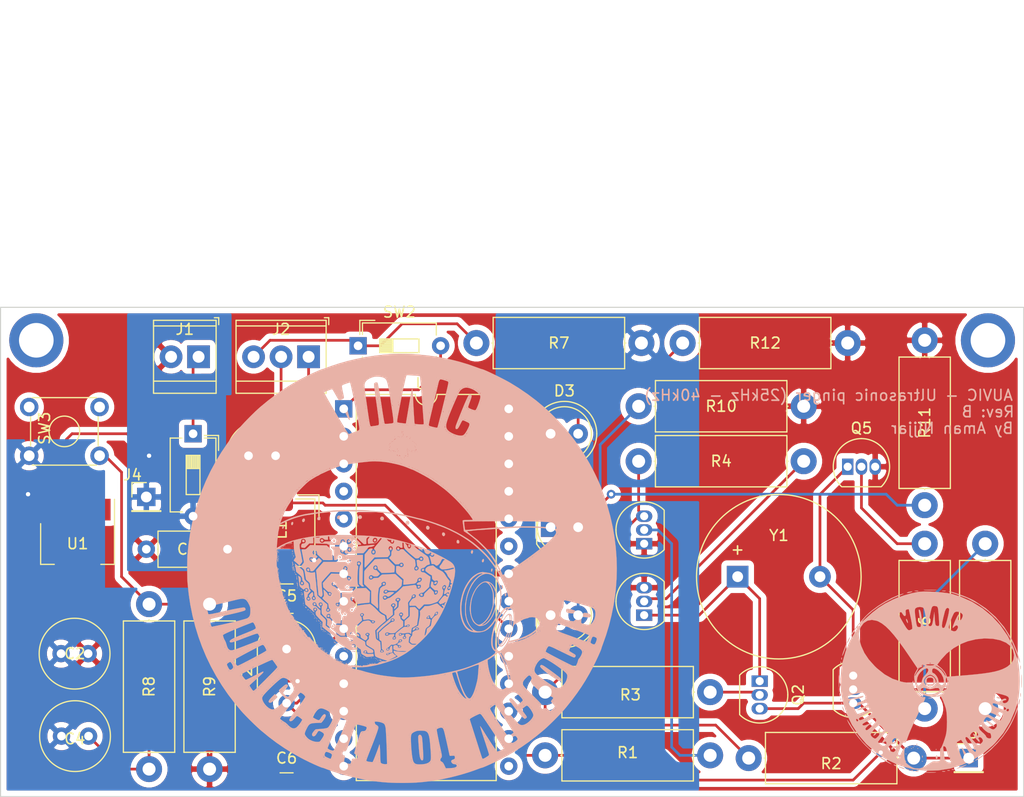
<source format=kicad_pcb>
(kicad_pcb (version 20171130) (host pcbnew "(5.1.5)-3")
  (layers (0 F.Cu signal) (31 B.Cu signal) (34 B.Paste user hide) (35 F.Paste user hide) (36 B.SilkS user) (37 F.SilkS user) (38 B.Mask user hide) (39 F.Mask user hide) (44 Edge.Cuts user))
  (net 0 "")
  (net 1 GND)
  (net 2 "Net-(Q1-Pad3)")
  (net 3 "Net-(Q1-Pad2)")
  (net 4 +9V)
  (net 5 "Net-(Q2-Pad2)")
  (net 6 "Net-(Q3-Pad2)")
  (net 7 "Net-(Q4-Pad2)")
  (net 8 "Net-(Q5-Pad2)")
  (net 9 +5V)
  (net 10 "Net-(C3-Pad1)")
  (net 11 /Switch)
  (net 12 /OSC1)
  (net 13 /OSC2)
  (net 14 "Net-(J1-Pad1)")
  (net 15 /Reset)
  (net 16 /TX)
  (net 17 /RX)
  (net 18 "Net-(Q2-Pad1)")
  (net 19 "Net-(Q4-Pad1)")
  (net 20 /Transmitter)
  (net 21 "Net-(R8-Pad2)")
  (net 22 "Net-(D1-Pad2)")
  (net 23 "Net-(D1-Pad1)")
  (net 24 "Net-(D2-Pad2)")
  (net 25 "Net-(D2-Pad1)")
  (net 26 "Net-(D3-Pad2)")
  (net 27 "Net-(D3-Pad1)")
  (net 28 "Net-(J3-Pad1)")
  (net 29 "Net-(SW2-Pad2)")
  (module Crystal:Resonator-2Pin_W10.0mm_H5.0mm (layer F.Cu) (at 117.348 116.332 90)
    (fp_text reference Y2 (at 2.5 -3.7 90) (layer F.SilkS))
    (fp_text value 16Mhz)
    (pad 2 thru_hole circle (at 5 0 90) (size 1.5 1.5) (drill 0.8) (layers *.Cu *.Mask) (net 12 /OSC1))
    (pad 1 thru_hole circle (at 0 0 90) (size 1.5 1.5) (drill 0.8) (layers *.Cu *.Mask) (net 13 /OSC2))
  )
  (module Package_DIP:DIP-28_W15.24mm (layer F.Cu) (at 122.624 89.138)
    (fp_text reference U2 (at 7.62 -2.33) (layer F.SilkS))
    (fp_text value 328P)
    (pad 28 thru_hole oval (at 15.24 0) (size 1.6 1.6) (drill 0.8) (layers *.Cu *.Mask))
    (pad 14 thru_hole oval (at 0 33.02) (size 1.6 1.6) (drill 0.8) (layers *.Cu *.Mask))
    (pad 27 thru_hole oval (at 15.24 2.54) (size 1.6 1.6) (drill 0.8) (layers *.Cu *.Mask) (net 27 "Net-(D3-Pad1)"))
    (pad 13 thru_hole oval (at 0 30.48) (size 1.6 1.6) (drill 0.8) (layers *.Cu *.Mask))
    (pad 26 thru_hole oval (at 15.24 5.08) (size 1.6 1.6) (drill 0.8) (layers *.Cu *.Mask) (net 25 "Net-(D2-Pad1)"))
    (pad 12 thru_hole oval (at 0 27.94) (size 1.6 1.6) (drill 0.8) (layers *.Cu *.Mask))
    (pad 25 thru_hole oval (at 15.24 7.62) (size 1.6 1.6) (drill 0.8) (layers *.Cu *.Mask) (net 23 "Net-(D1-Pad1)"))
    (pad 11 thru_hole oval (at 0 25.4) (size 1.6 1.6) (drill 0.8) (layers *.Cu *.Mask) (net 11 /Switch))
    (pad 24 thru_hole oval (at 15.24 10.16) (size 1.6 1.6) (drill 0.8) (layers *.Cu *.Mask))
    (pad 10 thru_hole oval (at 0 22.86) (size 1.6 1.6) (drill 0.8) (layers *.Cu *.Mask) (net 13 /OSC2))
    (pad 23 thru_hole oval (at 15.24 12.7) (size 1.6 1.6) (drill 0.8) (layers *.Cu *.Mask))
    (pad 9 thru_hole oval (at 0 20.32) (size 1.6 1.6) (drill 0.8) (layers *.Cu *.Mask) (net 12 /OSC1))
    (pad 22 thru_hole oval (at 15.24 15.24) (size 1.6 1.6) (drill 0.8) (layers *.Cu *.Mask) (net 1 GND))
    (pad 8 thru_hole oval (at 0 17.78) (size 1.6 1.6) (drill 0.8) (layers *.Cu *.Mask) (net 1 GND))
    (pad 21 thru_hole oval (at 15.24 17.78) (size 1.6 1.6) (drill 0.8) (layers *.Cu *.Mask))
    (pad 7 thru_hole oval (at 0 15.24) (size 1.6 1.6) (drill 0.8) (layers *.Cu *.Mask) (net 9 +5V))
    (pad 20 thru_hole oval (at 15.24 20.32) (size 1.6 1.6) (drill 0.8) (layers *.Cu *.Mask) (net 10 "Net-(C3-Pad1)"))
    (pad 6 thru_hole oval (at 0 12.7) (size 1.6 1.6) (drill 0.8) (layers *.Cu *.Mask))
    (pad 19 thru_hole oval (at 15.24 22.86) (size 1.6 1.6) (drill 0.8) (layers *.Cu *.Mask))
    (pad 5 thru_hole oval (at 0 10.16) (size 1.6 1.6) (drill 0.8) (layers *.Cu *.Mask))
    (pad 18 thru_hole oval (at 15.24 25.4) (size 1.6 1.6) (drill 0.8) (layers *.Cu *.Mask))
    (pad 4 thru_hole oval (at 0 7.62) (size 1.6 1.6) (drill 0.8) (layers *.Cu *.Mask))
    (pad 17 thru_hole oval (at 15.24 27.94) (size 1.6 1.6) (drill 0.8) (layers *.Cu *.Mask))
    (pad 3 thru_hole oval (at 0 5.08) (size 1.6 1.6) (drill 0.8) (layers *.Cu *.Mask) (net 16 /TX))
    (pad 16 thru_hole oval (at 15.24 30.48) (size 1.6 1.6) (drill 0.8) (layers *.Cu *.Mask) (net 20 /Transmitter))
    (pad 2 thru_hole oval (at 0 2.54) (size 1.6 1.6) (drill 0.8) (layers *.Cu *.Mask) (net 17 /RX))
    (pad 15 thru_hole oval (at 15.24 33.02) (size 1.6 1.6) (drill 0.8) (layers *.Cu *.Mask))
    (pad 1 thru_hole rect (at 0 0) (size 1.6 1.6) (drill 0.8) (layers *.Cu *.Mask) (net 29 "Net-(SW2-Pad2)"))
  )
  (module Button_Switch_THT:SW_DIP_SPSTx01_Slide_6.7x4.1mm_W7.62mm_P2.54mm_LowProfile (layer F.Cu) (at 123.952 83.312)
    (fp_text reference SW2 (at 3.81 -3.11) (layer F.SilkS))
    (fp_text value RST_S)
    (pad 2 thru_hole oval (at 7.62 0) (size 1.6 1.6) (drill 0.8) (layers *.Cu *.Mask) (net 29 "Net-(SW2-Pad2)"))
    (pad 1 thru_hole rect (at 0 0) (size 1.6 1.6) (drill 0.8) (layers *.Cu *.Mask) (net 15 /Reset))
  )
  (module Button_Switch_THT:SW_DIP_SPSTx01_Slide_6.7x4.1mm_W7.62mm_P2.54mm_LowProfile (layer F.Cu) (at 108.712 91.44 270)
    (fp_text reference SW1 (at 3.81 -3.11 90) (layer F.SilkS))
    (fp_text value PWR_S)
    (pad 2 thru_hole oval (at 7.62 0 270) (size 1.6 1.6) (drill 0.8) (layers *.Cu *.Mask) (net 4 +9V))
    (pad 1 thru_hole rect (at 0 0 270) (size 1.6 1.6) (drill 0.8) (layers *.Cu *.Mask) (net 14 "Net-(J1-Pad1)"))
  )
  (module Connector_PinHeader_2.54mm:PinHeader_1x01_P2.54mm_Vertical (layer F.Cu) (at 104.394 97.282)
    (fp_text reference J4 (at -1.27 -2.032) (layer F.SilkS))
    (fp_text value 9V)
    (pad 1 thru_hole rect (at 0 0) (size 1.7 1.7) (drill 1) (layers *.Cu *.Mask) (net 4 +9V))
  )
  (module Connector_PinHeader_2.54mm:PinHeader_1x01_P2.54mm_Vertical (layer F.Cu) (at 180.34 121.412)
    (fp_text reference J3 (at 0 -2.33) (layer F.SilkS))
    (fp_text value Drive_pin)
    (pad 1 thru_hole rect (at 0 0) (size 1.7 1.7) (drill 1) (layers *.Cu *.Mask) (net 28 "Net-(J3-Pad1)"))
  )
  (module LED_THT:LED_D5.0mm (layer F.Cu) (at 141.732 91.44)
    (fp_text reference D3 (at 1.27 -3.96) (layer F.SilkS))
    (fp_text value LED2)
    (pad 2 thru_hole circle (at 2.54 0) (size 1.8 1.8) (drill 0.9) (layers *.Cu *.Mask) (net 26 "Net-(D3-Pad2)"))
    (pad 1 thru_hole rect (at 0 0) (size 1.8 1.8) (drill 0.9) (layers *.Cu *.Mask) (net 27 "Net-(D3-Pad1)"))
  )
  (module LED_THT:LED_D5.0mm (layer F.Cu) (at 141.732 100.076)
    (fp_text reference D2 (at 1.27 -3.96) (layer F.SilkS))
    (fp_text value LED1)
    (pad 2 thru_hole circle (at 2.54 0) (size 1.8 1.8) (drill 0.9) (layers *.Cu *.Mask) (net 24 "Net-(D2-Pad2)"))
    (pad 1 thru_hole rect (at 0 0) (size 1.8 1.8) (drill 0.9) (layers *.Cu *.Mask) (net 25 "Net-(D2-Pad1)"))
  )
  (module LED_THT:LED_D5.0mm (layer F.Cu) (at 141.732 108.204)
    (fp_text reference D1 (at 1.27 -3.96) (layer F.SilkS))
    (fp_text value Status_LED)
    (pad 2 thru_hole circle (at 2.54 0) (size 1.8 1.8) (drill 0.9) (layers *.Cu *.Mask) (net 22 "Net-(D1-Pad2)"))
    (pad 1 thru_hole rect (at 0 0) (size 1.8 1.8) (drill 0.9) (layers *.Cu *.Mask) (net 23 "Net-(D1-Pad1)"))
  )
  (module Buzzer_Beeper:Buzzer_15x7.5RM7.6 (layer F.Cu) (at 159.004 104.648)
    (fp_text reference Y1 (at 3.81 -3.81) (layer F.SilkS))
    (fp_text value Crystal)
    (fp_text user + (at -0.01 -2.54) (layer F.SilkS))
    (pad 2 thru_hole circle (at 7.6 0) (size 2 2) (drill 1) (layers *.Cu *.Mask) (net 19 "Net-(Q4-Pad1)"))
    (pad 1 thru_hole rect (at 0 0) (size 2 2) (drill 1) (layers *.Cu *.Mask) (net 18 "Net-(Q2-Pad1)"))
  )
  (module Package_TO_SOT_SMD:SOT-223 (layer F.Cu) (at 98.044 101.6 270)
    (fp_text reference U1 (at 0 0 180) (layer F.SilkS))
    (fp_text value LM7805_TO220 hide)
    (pad 1 smd rect (at -3.15 -2.3 270) (size 2 1.5) (layers F.Cu F.Paste F.Mask) (net 4 +9V))
    (pad 3 smd rect (at -3.15 2.3 270) (size 2 1.5) (layers F.Cu F.Paste F.Mask) (net 9 +5V))
    (pad 2 smd rect (at -3.15 0 270) (size 2 1.5) (layers F.Cu F.Paste F.Mask) (net 1 GND))
    (pad 4 smd rect (at 3.15 0 270) (size 2 3.8) (layers F.Cu F.Paste F.Mask))
  )
  (module Button_Switch_THT:SW_TH_Tactile_Omron_B3F-10xx (layer F.Cu) (at 100.076 93.472 180)
    (fp_text reference SW3 (at 5.08 2.54 270) (layer F.SilkS))
    (fp_text value Freq_s)
    (pad 1 thru_hole circle (at 0 0 180) (size 1.7 1.7) (drill 1) (layers *.Cu *.Mask) (net 21 "Net-(R8-Pad2)"))
    (pad 2 thru_hole circle (at 6.5 0 180) (size 1.7 1.7) (drill 1) (layers *.Cu *.Mask) (net 9 +5V))
    (pad 3 thru_hole circle (at 0 4.5 180) (size 1.7 1.7) (drill 1) (layers *.Cu *.Mask))
    (pad 4 thru_hole circle (at 6.5 4.5 180) (size 1.7 1.7) (drill 1) (layers *.Cu *.Mask))
  )
  (module Resistor_THT:R_Axial_DIN0414_L11.9mm_D4.5mm_P15.24mm_Horizontal (layer F.Cu) (at 153.924 83.058)
    (fp_text reference R12 (at 7.62 0) (layer F.SilkS))
    (fp_text value 330)
    (pad 2 thru_hole oval (at 15.24 0) (size 2.4 2.4) (drill 1.2) (layers *.Cu *.Mask) (net 1 GND))
    (pad 1 thru_hole circle (at 0 0) (size 2.4 2.4) (drill 1.2) (layers *.Cu *.Mask) (net 26 "Net-(D3-Pad2)"))
  )
  (module Resistor_THT:R_Axial_DIN0414_L11.9mm_D4.5mm_P15.24mm_Horizontal (layer F.Cu) (at 176.276 98.044 90)
    (fp_text reference R11 (at 7.62 0 90) (layer F.SilkS))
    (fp_text value 330)
    (pad 2 thru_hole oval (at 15.24 0 90) (size 2.4 2.4) (drill 1.2) (layers *.Cu *.Mask) (net 1 GND))
    (pad 1 thru_hole circle (at 0 0 90) (size 2.4 2.4) (drill 1.2) (layers *.Cu *.Mask) (net 24 "Net-(D2-Pad2)"))
  )
  (module Resistor_THT:R_Axial_DIN0414_L11.9mm_D4.5mm_P15.24mm_Horizontal (layer F.Cu) (at 149.86 88.9)
    (fp_text reference R10 (at 7.62 0) (layer F.SilkS))
    (fp_text value 330)
    (pad 2 thru_hole oval (at 15.24 0) (size 2.4 2.4) (drill 1.2) (layers *.Cu *.Mask) (net 1 GND))
    (pad 1 thru_hole circle (at 0 0) (size 2.4 2.4) (drill 1.2) (layers *.Cu *.Mask) (net 22 "Net-(D1-Pad2)"))
  )
  (module Resistor_THT:R_Axial_DIN0414_L11.9mm_D4.5mm_P15.24mm_Horizontal (layer F.Cu) (at 110.236 107.188 270)
    (fp_text reference R9 (at 7.62 0 270) (layer F.SilkS))
    (fp_text value 100k)
    (pad 2 thru_hole oval (at 15.24 0 270) (size 2.4 2.4) (drill 1.2) (layers *.Cu *.Mask) (net 1 GND))
    (pad 1 thru_hole circle (at 0 0 270) (size 2.4 2.4) (drill 1.2) (layers *.Cu *.Mask) (net 21 "Net-(R8-Pad2)"))
  )
  (module Resistor_THT:R_Axial_DIN0414_L11.9mm_D4.5mm_P15.24mm_Horizontal (layer F.Cu) (at 104.648 122.428 90)
    (fp_text reference R8 (at 7.62 0 90) (layer F.SilkS))
    (fp_text value 10k)
    (pad 2 thru_hole oval (at 15.24 0 90) (size 2.4 2.4) (drill 1.2) (layers *.Cu *.Mask) (net 21 "Net-(R8-Pad2)"))
    (pad 1 thru_hole circle (at 0 0 90) (size 2.4 2.4) (drill 1.2) (layers *.Cu *.Mask) (net 11 /Switch))
  )
  (module Resistor_THT:R_Axial_DIN0414_L11.9mm_D4.5mm_P15.24mm_Horizontal (layer F.Cu) (at 150.114 83.058 180)
    (fp_text reference R7 (at 7.62 0 180) (layer F.SilkS))
    (fp_text value 10k)
    (pad 2 thru_hole oval (at 15.24 0 180) (size 2.4 2.4) (drill 1.2) (layers *.Cu *.Mask) (net 15 /Reset))
    (pad 1 thru_hole circle (at 0 0 180) (size 2.4 2.4) (drill 1.2) (layers *.Cu *.Mask) (net 9 +5V))
  )
  (module Resistor_THT:R_Axial_DIN0414_L11.9mm_D4.5mm_P15.24mm_Horizontal (layer F.Cu) (at 176.276 116.84 90)
    (fp_text reference R6 (at 7.62 0 90) (layer F.SilkS))
    (fp_text value 1.5k)
    (pad 2 thru_hole oval (at 15.24 0 90) (size 2.4 2.4) (drill 1.2) (layers *.Cu *.Mask) (net 8 "Net-(Q5-Pad2)"))
    (pad 1 thru_hole circle (at 0 0 90) (size 2.4 2.4) (drill 1.2) (layers *.Cu *.Mask) (net 20 /Transmitter))
  )
  (module Resistor_THT:R_Axial_DIN0414_L11.9mm_D4.5mm_P15.24mm_Horizontal (layer F.Cu) (at 181.864 116.84 90)
    (fp_text reference R5 (at 7.366 0.254 90) (layer F.SilkS))
    (fp_text value 1.5k)
    (pad 2 thru_hole oval (at 15.24 0 90) (size 2.4 2.4) (drill 1.2) (layers *.Cu *.Mask) (net 20 /Transmitter))
    (pad 1 thru_hole circle (at 0 0 90) (size 2.4 2.4) (drill 1.2) (layers *.Cu *.Mask) (net 7 "Net-(Q4-Pad2)"))
  )
  (module Resistor_THT:R_Axial_DIN0414_L11.9mm_D4.5mm_P15.24mm_Horizontal (layer F.Cu) (at 149.86 93.98)
    (fp_text reference R4 (at 7.62 0) (layer F.SilkS))
    (fp_text value 1.5k)
    (pad 2 thru_hole oval (at 15.24 0) (size 2.4 2.4) (drill 1.2) (layers *.Cu *.Mask) (net 6 "Net-(Q3-Pad2)"))
    (pad 1 thru_hole circle (at 0 0) (size 2.4 2.4) (drill 1.2) (layers *.Cu *.Mask) (net 2 "Net-(Q1-Pad3)"))
  )
  (module Resistor_THT:R_Axial_DIN0414_L11.9mm_D4.5mm_P15.24mm_Horizontal (layer F.Cu) (at 156.464 115.316 180)
    (fp_text reference R3 (at 7.366 -0.254 180) (layer F.SilkS))
    (fp_text value 1.5k)
    (pad 2 thru_hole oval (at 15.24 0 180) (size 2.4 2.4) (drill 1.2) (layers *.Cu *.Mask) (net 2 "Net-(Q1-Pad3)"))
    (pad 1 thru_hole circle (at 0 0 180) (size 2.4 2.4) (drill 1.2) (layers *.Cu *.Mask) (net 5 "Net-(Q2-Pad2)"))
  )
  (module Resistor_THT:R_Axial_DIN0414_L11.9mm_D4.5mm_P15.24mm_Horizontal (layer F.Cu) (at 175.26 121.412 180)
    (fp_text reference R2 (at 7.62 -0.508 180) (layer F.SilkS))
    (fp_text value 500)
    (pad 2 thru_hole oval (at 15.24 0 180) (size 2.4 2.4) (drill 1.2) (layers *.Cu *.Mask) (net 2 "Net-(Q1-Pad3)"))
    (pad 1 thru_hole circle (at 0 0 180) (size 2.4 2.4) (drill 1.2) (layers *.Cu *.Mask) (net 28 "Net-(J3-Pad1)"))
  )
  (module Resistor_THT:R_Axial_DIN0414_L11.9mm_D4.5mm_P15.24mm_Horizontal (layer F.Cu) (at 156.464 121.158 180)
    (fp_text reference R1 (at 7.62 0.254 180) (layer F.SilkS))
    (fp_text value 1.5k)
    (pad 1 thru_hole circle (at 0 0 180) (size 2.4 2.4) (drill 1.2) (layers *.Cu *.Mask) (net 3 "Net-(Q1-Pad2)"))
    (pad 2 thru_hole oval (at 15.24 0 180) (size 2.4 2.4) (drill 1.2) (layers *.Cu *.Mask) (net 20 /Transmitter))
  )
  (module Inductor_SMD:L_TDK_SLF6028 (layer F.Cu) (at 116.84 100.584 270)
    (fp_text reference L1 (at -0.254 0 270) (layer F.SilkS))
    (fp_text value 10uH)
    (fp_text user "" (at -49 0.05 270) (layer F.SilkS) (effects (font (size 3 3))))
    (pad 2 smd roundrect (at 2.75 0 270) (size 1.5 2.2) (layers F.Cu F.Paste F.Mask) (net 9 +5V))
    (pad 1 smd roundrect (at -2.75 0 270) (size 1.5 2.2) (layers F.Cu F.Paste F.Mask) (net 10 "Net-(C3-Pad1)"))
  )
  (module TerminalBlock_TE-Connectivity:TerminalBlock_TE_282834-3_1x03_P2.54mm_Horizontal (layer F.Cu) (at 119.38 84.328 180)
    (fp_text reference J2 (at 2.54 2.54 180) (layer F.SilkS))
    (fp_text value Comm)
    (pad 3 thru_hole circle (at 5.08 0 180) (size 2.1 2.1) (drill 1.1) (layers *.Cu *.Mask) (net 15 /Reset))
    (pad 2 thru_hole circle (at 2.54 0 180) (size 2.1 2.1) (drill 1.1) (layers *.Cu *.Mask) (net 16 /TX))
    (pad 1 thru_hole rect (at 0 0 180) (size 2.1 2.1) (drill 1.1) (layers *.Cu *.Mask) (net 17 /RX))
  )
  (module TerminalBlock_TE-Connectivity:TerminalBlock_TE_282834-2_1x02_P2.54mm_Horizontal (layer F.Cu) (at 109.22 84.328 180)
    (fp_text reference J1 (at 1.27 2.54 180) (layer F.SilkS))
    (fp_text value PWR)
    (pad 2 thru_hole circle (at 2.54 0 180) (size 2.1 2.1) (drill 1.1) (layers *.Cu *.Mask) (net 1 GND))
    (pad 1 thru_hole rect (at 0 0 180) (size 2.1 2.1) (drill 1.1) (layers *.Cu *.Mask) (net 14 "Net-(J1-Pad1)"))
  )
  (module Capacitor_SMD:C_1210_3225Metric_Pad1.42x2.65mm_HandSolder (layer F.Cu) (at 117.348 121.412)
    (fp_text reference C6 (at 0 0) (layer F.SilkS))
    (fp_text value 22p)
    (pad 2 smd roundrect (at 1.4875 0) (size 1.425 2.65) (layers F.Cu F.Paste F.Mask) (roundrect_rratio 0.175439) (net 13 /OSC2))
    (pad 1 smd roundrect (at -1.4875 0) (size 1.425 2.65) (layers F.Cu F.Paste F.Mask) (roundrect_rratio 0.175439) (net 1 GND))
  )
  (module Capacitor_SMD:C_1210_3225Metric_Pad1.42x2.65mm_HandSolder (layer F.Cu) (at 117.348 106.68 180)
    (fp_text reference C5 (at 0 0.254 180) (layer F.SilkS))
    (fp_text value 22p)
    (pad 2 smd roundrect (at 1.4875 0 180) (size 1.425 2.65) (layers F.Cu F.Paste F.Mask) (roundrect_rratio 0.175439) (net 1 GND))
    (pad 1 smd roundrect (at -1.4875 0 180) (size 1.425 2.65) (layers F.Cu F.Paste F.Mask) (roundrect_rratio 0.175439) (net 12 /OSC1))
  )
  (module Capacitor_THT:C_Radial_D6.3mm_H5.0mm_P2.50mm (layer F.Cu) (at 99.06 119.38 180)
    (fp_text reference C4 (at 1.27 -0.254 180) (layer F.SilkS))
    (fp_text value 100nF)
    (pad 2 thru_hole circle (at 2.5 0 180) (size 1.6 1.6) (drill 0.8) (layers *.Cu *.Mask) (net 9 +5V))
    (pad 1 thru_hole circle (at 0 0 180) (size 1.6 1.6) (drill 0.8) (layers *.Cu *.Mask) (net 11 /Switch))
  )
  (module Capacitor_THT:C_Radial_D6.3mm_H5.0mm_P2.50mm (layer F.Cu) (at 116.332 93.472 180)
    (fp_text reference C3 (at 1.016 -0.254 180) (layer F.SilkS))
    (fp_text value 100nF)
    (pad 2 thru_hole circle (at 2.5 0 180) (size 1.6 1.6) (drill 0.8) (layers *.Cu *.Mask) (net 1 GND))
    (pad 1 thru_hole circle (at 0 0 180) (size 1.6 1.6) (drill 0.8) (layers *.Cu *.Mask) (net 10 "Net-(C3-Pad1)"))
  )
  (module Capacitor_THT:C_Radial_D6.3mm_H5.0mm_P2.50mm (layer F.Cu) (at 96.52 111.76)
    (fp_text reference C2 (at 1.27 0) (layer F.SilkS))
    (fp_text value 100nF)
    (pad 2 thru_hole circle (at 2.5 0) (size 1.6 1.6) (drill 0.8) (layers *.Cu *.Mask) (net 1 GND))
    (pad 1 thru_hole circle (at 0 0) (size 1.6 1.6) (drill 0.8) (layers *.Cu *.Mask) (net 9 +5V))
  )
  (module Capacitor_THT:C_Axial_L5.1mm_D3.1mm_P7.50mm_Horizontal (layer F.Cu) (at 104.394 102.108)
    (fp_text reference C1 (at 3.81 0) (layer F.SilkS))
    (fp_text value "330 nF")
    (pad 2 thru_hole oval (at 7.5 0) (size 1.6 1.6) (drill 0.8) (layers *.Cu *.Mask) (net 4 +9V))
    (pad 1 thru_hole circle (at 0 0) (size 1.6 1.6) (drill 0.8) (layers *.Cu *.Mask) (net 1 GND))
  )
  (module Package_TO_SOT_THT:TO-92_Inline (layer F.Cu) (at 169.164 94.488)
    (fp_text reference Q5 (at 1.27 -3.56) (layer F.SilkS))
    (fp_text value 2N3906)
    (pad 1 thru_hole rect (at 0 0) (size 1.05 1.5) (drill 0.75) (layers *.Cu *.Mask) (net 19 "Net-(Q4-Pad1)"))
    (pad 3 thru_hole oval (at 2.54 0) (size 1.05 1.5) (drill 0.75) (layers *.Cu *.Mask) (net 1 GND))
    (pad 2 thru_hole oval (at 1.27 0) (size 1.05 1.5) (drill 0.75) (layers *.Cu *.Mask) (net 8 "Net-(Q5-Pad2)"))
  )
  (module Package_TO_SOT_THT:TO-92_Inline (layer F.Cu) (at 169.672 113.792 270)
    (fp_text reference Q4 (at 1.27 -3.56 270) (layer F.SilkS))
    (fp_text value 2N3904)
    (pad 1 thru_hole rect (at 0 0 270) (size 1.05 1.5) (drill 0.75) (layers *.Cu *.Mask) (net 19 "Net-(Q4-Pad1)"))
    (pad 3 thru_hole oval (at 2.54 0 270) (size 1.05 1.5) (drill 0.75) (layers *.Cu *.Mask) (net 28 "Net-(J3-Pad1)"))
    (pad 2 thru_hole oval (at 1.27 0 270) (size 1.05 1.5) (drill 0.75) (layers *.Cu *.Mask) (net 7 "Net-(Q4-Pad2)"))
  )
  (module Package_TO_SOT_THT:TO-92_Inline (layer F.Cu) (at 150.368 108.204 90)
    (fp_text reference Q3 (at 1.27 -3.56 90) (layer F.SilkS))
    (fp_text value 2N3906)
    (pad 1 thru_hole rect (at 0 0 90) (size 1.05 1.5) (drill 0.75) (layers *.Cu *.Mask) (net 18 "Net-(Q2-Pad1)"))
    (pad 3 thru_hole oval (at 2.54 0 90) (size 1.05 1.5) (drill 0.75) (layers *.Cu *.Mask) (net 1 GND))
    (pad 2 thru_hole oval (at 1.27 0 90) (size 1.05 1.5) (drill 0.75) (layers *.Cu *.Mask) (net 6 "Net-(Q3-Pad2)"))
  )
  (module Package_TO_SOT_THT:TO-92_Inline (layer F.Cu) (at 161.036 114.3 270)
    (fp_text reference Q2 (at 1.27 -3.56 270) (layer F.SilkS))
    (fp_text value 2N3904)
    (pad 1 thru_hole rect (at 0 0 270) (size 1.05 1.5) (drill 0.75) (layers *.Cu *.Mask) (net 18 "Net-(Q2-Pad1)"))
    (pad 3 thru_hole oval (at 2.54 0 270) (size 1.05 1.5) (drill 0.75) (layers *.Cu *.Mask) (net 28 "Net-(J3-Pad1)"))
    (pad 2 thru_hole oval (at 1.27 0 270) (size 1.05 1.5) (drill 0.75) (layers *.Cu *.Mask) (net 5 "Net-(Q2-Pad2)"))
  )
  (module Package_TO_SOT_THT:TO-92_Inline (layer F.Cu) (at 150.368 101.6 90)
    (fp_text reference Q1 (at 1.27 -3.56 90) (layer F.SilkS))
    (fp_text value 2N3904)
    (pad 1 thru_hole rect (at 0 0 90) (size 1.05 1.5) (drill 0.75) (layers *.Cu *.Mask) (net 1 GND))
    (pad 3 thru_hole oval (at 2.54 0 90) (size 1.05 1.5) (drill 0.75) (layers *.Cu *.Mask) (net 2 "Net-(Q1-Pad3)"))
    (pad 2 thru_hole oval (at 1.27 0 90) (size 1.05 1.5) (drill 0.75) (layers *.Cu *.Mask) (net 3 "Net-(Q1-Pad2)"))
  )
  (module Connector_Pin:Pin_D1.0mm_L10.0mm (layer F.Cu) (at 94.234 82.804)
    (fp_text reference REF** hide)
    (fp_text value Pin_D1.0mm_L10.0mm)
    (pad 1 thru_hole circle (at 0 0) (size 5 5) (drill 3.2) (layers *.Cu *.Mask))
  )
  (module Connector_Pin:Pin_D1.0mm_L10.0mm (layer F.Cu) (at 182.118 82.804)
    (fp_text reference REF** hide)
    (fp_text value Pin_D1.0mm_L10.0mm)
    (pad 1 thru_hole circle (at 0 0) (size 5 5) (drill 3.2) (layers *.Cu *.Mask))
  )
  (module Pinger:test2 (layer B.Cu) (at 176.784 114.3)
    (fp_text reference G*** hide)
    (fp_text value LOGO hide)
  )
  (module Pinger:test2 (layer B.Cu) (at 128.016 103.886)
    (fp_text reference G*** hide)
    (fp_text value LOGO hide)
  )
  (gr_text "By Aman Nijjar\n" (at 178.816 90.932) (layer B.SilkS) (effects (font (size 1 1)) (justify mirror)))
  (gr_text "Rev: B\n" (at 182.118 89.408) (layer B.SilkS) (effects (font (size 1 1)) (justify mirror)))
  (gr_text "AUVIC - Ultrasonic pinger (25kHz - 40kHz)" (at 167.386 87.884) (layer B.SilkS) (effects (font (size 1 1)) (justify mirror)))
  (gr_line (start 90.932 124.968) (end 90.932 124.46) (angle 90) (layer Edge.Cuts) (width 0.1))
  (gr_line (start 185.42 124.968) (end 90.932 124.968) (angle 90) (layer Edge.Cuts) (width 0.1))
  (gr_line (start 90.932 79.756) (end 90.932 124.46) (angle 90) (layer Edge.Cuts) (width 0.1))
  (gr_line (start 185.42 79.756) (end 90.932 79.756) (angle 90) (layer Edge.Cuts) (width 0.1))
  (gr_line (start 185.42 124.968) (end 185.42 79.756) (angle 90) (layer Edge.Cuts) (width 0.1))
  (segment (start 141.224 115.316) (end 141.224 116.84) (width 0.25) (layer F.Cu) (net 2))
  (segment (start 141.224 116.84) (end 142.748 118.364) (width 0.25) (layer F.Cu) (net 2))
  (segment (start 142.748 118.364) (end 156.972 118.364) (width 0.25) (layer F.Cu) (net 2))
  (segment (start 156.972 118.364) (end 160.02 121.412) (width 0.25) (layer F.Cu) (net 2))
  (segment (start 149.86 93.98) (end 149.86 98.552) (width 0.25) (layer F.Cu) (net 2))
  (segment (start 149.86 98.552) (end 150.368 99.06) (width 0.25) (layer F.Cu) (net 2))
  (segment (start 150.368 99.06) (end 149.86 99.06) (width 0.25) (layer F.Cu) (net 2))
  (segment (start 146.812 109.728) (end 141.224 115.316) (width 0.25) (layer F.Cu) (net 2))
  (segment (start 146.812 102.108) (end 146.812 109.728) (width 0.25) (layer F.Cu) (net 2))
  (segment (start 149.86 99.06) (end 146.812 102.108) (width 0.25) (layer F.Cu) (net 2))
  (segment (start 156.464 121.158) (end 153.67 121.158) (width 0.25) (layer B.Cu) (net 3))
  (segment (start 151.638 100.33) (end 150.368 100.33) (width 0.25) (layer B.Cu) (net 3))
  (segment (start 152.908 101.6) (end 151.638 100.33) (width 0.25) (layer B.Cu) (net 3))
  (segment (start 152.908 120.396) (end 152.908 101.6) (width 0.25) (layer B.Cu) (net 3))
  (segment (start 153.67 121.158) (end 152.908 120.396) (width 0.25) (layer B.Cu) (net 3))
  (segment (start 100.344 98.45) (end 100.344 97.296) (width 0.25) (layer F.Cu) (net 4))
  (via (at 104.648 93.472) (size 0.8) (drill 0.4) (layers F.Cu B.Cu) (net 4))
  (segment (start 102.616 91.44) (end 104.648 93.472) (width 0.25) (layer F.Cu) (net 4))
  (segment (start 97.536 91.44) (end 102.616 91.44) (width 0.25) (layer F.Cu) (net 4))
  (segment (start 97.028 91.948) (end 97.536 91.44) (width 0.25) (layer F.Cu) (net 4))
  (segment (start 97.028 93.98) (end 97.028 91.948) (width 0.25) (layer F.Cu) (net 4))
  (segment (start 100.344 97.296) (end 97.028 93.98) (width 0.25) (layer F.Cu) (net 4))
  (segment (start 156.464 115.316) (end 160.782 115.316) (width 0.25) (layer F.Cu) (net 5))
  (segment (start 160.782 115.316) (end 161.036 115.57) (width 0.25) (layer F.Cu) (net 5))
  (segment (start 165.1 93.98) (end 152.4 106.68) (width 0.25) (layer F.Cu) (net 6))
  (segment (start 150.622 106.68) (end 150.368 106.934) (width 0.25) (layer F.Cu) (net 6))
  (segment (start 152.4 106.68) (end 150.622 106.68) (width 0.25) (layer F.Cu) (net 6))
  (segment (start 169.672 115.062) (end 180.086 115.062) (width 0.25) (layer F.Cu) (net 7))
  (segment (start 180.086 115.062) (end 181.864 116.84) (width 0.25) (layer F.Cu) (net 7))
  (segment (start 176.276 101.6) (end 173.736 101.6) (width 0.25) (layer F.Cu) (net 8))
  (segment (start 170.434 98.298) (end 170.434 94.488) (width 0.25) (layer F.Cu) (net 8))
  (segment (start 173.736 101.6) (end 170.434 98.298) (width 0.25) (layer F.Cu) (net 8))
  (segment (start 116.84 103.334) (end 119.678 103.334) (width 0.25) (layer F.Cu) (net 9))
  (via (at 119.888 103.124) (size 0.8) (drill 0.4) (layers F.Cu B.Cu) (net 9))
  (segment (start 119.678 103.334) (end 119.888 103.124) (width 0.25) (layer F.Cu) (net 9))
  (segment (start 95.744 98.45) (end 94.894 98.45) (width 0.25) (layer F.Cu) (net 9))
  (via (at 93.472 97.028) (size 0.8) (drill 0.4) (layers F.Cu B.Cu) (net 9))
  (segment (start 94.894 98.45) (end 93.472 97.028) (width 0.25) (layer F.Cu) (net 9))
  (segment (start 116.84 97.834) (end 120.694 97.834) (width 0.25) (layer F.Cu) (net 10))
  (segment (start 126.45 98.044) (end 137.864 109.458) (width 0.25) (layer F.Cu) (net 10))
  (segment (start 120.904 98.044) (end 126.45 98.044) (width 0.25) (layer F.Cu) (net 10))
  (segment (start 120.694 97.834) (end 120.904 98.044) (width 0.25) (layer F.Cu) (net 10))
  (segment (start 116.332 93.472) (end 116.332 97.326) (width 0.25) (layer F.Cu) (net 10))
  (segment (start 116.332 97.326) (end 116.84 97.834) (width 0.25) (layer F.Cu) (net 10))
  (segment (start 104.648 122.428) (end 102.108 122.428) (width 0.25) (layer F.Cu) (net 11))
  (segment (start 102.108 122.428) (end 99.06 119.38) (width 0.25) (layer F.Cu) (net 11))
  (segment (start 104.648 122.428) (end 104.648 118.872) (width 0.25) (layer F.Cu) (net 11))
  (segment (start 118.602 114.538) (end 122.624 114.538) (width 0.25) (layer B.Cu) (net 11))
  (segment (start 118.364 114.3) (end 118.602 114.538) (width 0.25) (layer B.Cu) (net 11))
  (via (at 118.364 114.3) (size 0.8) (drill 0.4) (layers F.Cu B.Cu) (net 11))
  (segment (start 109.22 114.3) (end 118.364 114.3) (width 0.25) (layer F.Cu) (net 11))
  (segment (start 104.648 118.872) (end 109.22 114.3) (width 0.25) (layer F.Cu) (net 11))
  (segment (start 117.348 111.332) (end 117.348 108.1675) (width 0.25) (layer F.Cu) (net 12))
  (segment (start 117.348 108.1675) (end 118.8355 106.68) (width 0.25) (layer F.Cu) (net 12))
  (segment (start 117.348 111.332) (end 120.75 111.332) (width 0.25) (layer F.Cu) (net 12))
  (segment (start 120.75 111.332) (end 122.624 109.458) (width 0.25) (layer F.Cu) (net 12))
  (segment (start 117.348 116.332) (end 118.29 116.332) (width 0.25) (layer F.Cu) (net 13))
  (segment (start 118.29 116.332) (end 122.624 111.998) (width 0.25) (layer F.Cu) (net 13))
  (segment (start 118.8355 121.412) (end 118.8355 117.8195) (width 0.25) (layer F.Cu) (net 13))
  (segment (start 118.8355 117.8195) (end 117.348 116.332) (width 0.25) (layer F.Cu) (net 13))
  (segment (start 108.712 91.44) (end 108.712 84.836) (width 0.25) (layer F.Cu) (net 14))
  (segment (start 108.712 84.836) (end 109.22 84.328) (width 0.25) (layer F.Cu) (net 14))
  (segment (start 114.3 84.328) (end 115.824 82.804) (width 0.25) (layer F.Cu) (net 15))
  (segment (start 123.444 82.804) (end 123.952 83.312) (width 0.25) (layer F.Cu) (net 15))
  (segment (start 115.824 82.804) (end 123.444 82.804) (width 0.25) (layer F.Cu) (net 15))
  (segment (start 123.952 83.312) (end 125.984 83.312) (width 0.25) (layer F.Cu) (net 15))
  (segment (start 133.096 81.28) (end 134.874 83.058) (width 0.25) (layer F.Cu) (net 15))
  (segment (start 128.016 81.28) (end 133.096 81.28) (width 0.25) (layer F.Cu) (net 15))
  (segment (start 125.984 83.312) (end 128.016 81.28) (width 0.25) (layer F.Cu) (net 15))
  (segment (start 122.624 94.218) (end 122.158 94.218) (width 0.25) (layer F.Cu) (net 16))
  (segment (start 116.84 88.9) (end 116.84 84.328) (width 0.25) (layer F.Cu) (net 16))
  (segment (start 122.158 94.218) (end 116.84 88.9) (width 0.25) (layer F.Cu) (net 16))
  (segment (start 122.624 91.678) (end 121.142 91.678) (width 0.25) (layer F.Cu) (net 17))
  (segment (start 119.38 89.916) (end 119.38 84.328) (width 0.25) (layer F.Cu) (net 17))
  (segment (start 121.142 91.678) (end 119.38 89.916) (width 0.25) (layer F.Cu) (net 17))
  (segment (start 161.036 114.3) (end 161.036 106.68) (width 0.25) (layer F.Cu) (net 18))
  (segment (start 161.036 106.68) (end 159.004 104.648) (width 0.25) (layer F.Cu) (net 18))
  (segment (start 150.368 108.204) (end 155.448 108.204) (width 0.25) (layer F.Cu) (net 18))
  (segment (start 155.448 108.204) (end 159.004 104.648) (width 0.25) (layer F.Cu) (net 18))
  (segment (start 169.672 113.792) (end 169.672 107.716) (width 0.25) (layer F.Cu) (net 19))
  (segment (start 169.672 107.716) (end 166.604 104.648) (width 0.25) (layer F.Cu) (net 19))
  (segment (start 166.604 104.648) (end 166.604 97.048) (width 0.25) (layer F.Cu) (net 19))
  (segment (start 166.604 97.048) (end 169.164 94.488) (width 0.25) (layer F.Cu) (net 19))
  (segment (start 141.224 121.158) (end 139.404 121.158) (width 0.25) (layer F.Cu) (net 20))
  (segment (start 139.404 121.158) (end 137.864 119.618) (width 0.25) (layer F.Cu) (net 20))
  (segment (start 176.276 116.84) (end 176.276 107.188) (width 0.25) (layer B.Cu) (net 20))
  (segment (start 176.276 107.188) (end 181.864 101.6) (width 0.25) (layer B.Cu) (net 20))
  (segment (start 141.224 121.158) (end 152.146 121.158) (width 0.25) (layer F.Cu) (net 20))
  (segment (start 172.212 120.904) (end 176.276 116.84) (width 0.25) (layer B.Cu) (net 20))
  (via (at 172.212 120.904) (size 0.8) (drill 0.4) (layers F.Cu B.Cu) (net 20))
  (segment (start 169.672 123.444) (end 172.212 120.904) (width 0.25) (layer F.Cu) (net 20))
  (segment (start 154.432 123.444) (end 169.672 123.444) (width 0.25) (layer F.Cu) (net 20))
  (segment (start 152.146 121.158) (end 154.432 123.444) (width 0.25) (layer F.Cu) (net 20))
  (segment (start 110.236 107.188) (end 104.648 107.188) (width 0.25) (layer F.Cu) (net 21))
  (segment (start 100.076 93.472) (end 100.584 93.472) (width 0.25) (layer F.Cu) (net 21))
  (segment (start 102.108 104.648) (end 104.648 107.188) (width 0.25) (layer F.Cu) (net 21))
  (segment (start 102.108 94.996) (end 102.108 104.648) (width 0.25) (layer F.Cu) (net 21))
  (segment (start 100.584 93.472) (end 102.108 94.996) (width 0.25) (layer F.Cu) (net 21))
  (segment (start 144.272 108.204) (end 144.272 102.616) (width 0.25) (layer B.Cu) (net 22))
  (segment (start 146.304 92.456) (end 149.86 88.9) (width 0.25) (layer B.Cu) (net 22))
  (segment (start 146.304 100.584) (end 146.304 92.456) (width 0.25) (layer B.Cu) (net 22))
  (segment (start 144.272 102.616) (end 146.304 100.584) (width 0.25) (layer B.Cu) (net 22))
  (segment (start 141.732 108.204) (end 141.732 103.632) (width 0.25) (layer F.Cu) (net 23))
  (segment (start 139.7 98.594) (end 137.864 96.758) (width 0.25) (layer F.Cu) (net 23))
  (segment (start 139.7 101.6) (end 139.7 98.594) (width 0.25) (layer F.Cu) (net 23))
  (segment (start 141.732 103.632) (end 139.7 101.6) (width 0.25) (layer F.Cu) (net 23))
  (segment (start 144.272 100.076) (end 147.32 97.028) (width 0.25) (layer F.Cu) (net 24))
  (segment (start 173.736 98.044) (end 176.276 98.044) (width 0.25) (layer B.Cu) (net 24))
  (segment (start 172.72 97.028) (end 173.736 98.044) (width 0.25) (layer B.Cu) (net 24))
  (segment (start 147.32 97.028) (end 172.72 97.028) (width 0.25) (layer B.Cu) (net 24))
  (via (at 147.32 97.028) (size 0.8) (drill 0.4) (layers F.Cu B.Cu) (net 24))
  (segment (start 141.732 100.076) (end 141.732 98.086) (width 0.25) (layer F.Cu) (net 25))
  (segment (start 141.732 98.086) (end 137.864 94.218) (width 0.25) (layer F.Cu) (net 25))
  (segment (start 144.272 91.44) (end 144.272 89.916) (width 0.25) (layer F.Cu) (net 26))
  (segment (start 151.638 85.344) (end 153.924 83.058) (width 0.25) (layer F.Cu) (net 26))
  (segment (start 148.844 85.344) (end 151.638 85.344) (width 0.25) (layer F.Cu) (net 26))
  (segment (start 144.272 89.916) (end 148.844 85.344) (width 0.25) (layer F.Cu) (net 26))
  (segment (start 141.732 91.44) (end 138.102 91.44) (width 0.25) (layer F.Cu) (net 27))
  (segment (start 138.102 91.44) (end 137.864 91.678) (width 0.25) (layer F.Cu) (net 27))
  (segment (start 180.34 121.412) (end 175.26 121.412) (width 0.25) (layer F.Cu) (net 28))
  (segment (start 169.672 116.332) (end 170.18 116.332) (width 0.25) (layer F.Cu) (net 28))
  (segment (start 170.18 116.332) (end 175.26 121.412) (width 0.25) (layer F.Cu) (net 28))
  (segment (start 169.672 116.332) (end 165.1 116.332) (width 0.25) (layer F.Cu) (net 28))
  (segment (start 164.592 116.84) (end 161.036 116.84) (width 0.25) (layer F.Cu) (net 28))
  (segment (start 165.1 116.332) (end 164.592 116.84) (width 0.25) (layer F.Cu) (net 28))
  (segment (start 131.572 83.312) (end 131.572 85.344) (width 0.25) (layer F.Cu) (net 29))
  (segment (start 124.386 87.376) (end 122.624 89.138) (width 0.25) (layer F.Cu) (net 29))
  (segment (start 129.54 87.376) (end 124.386 87.376) (width 0.25) (layer F.Cu) (net 29))
  (segment (start 131.572 85.344) (end 129.54 87.376) (width 0.25) (layer F.Cu) (net 29))
  (zone (net 1) (net_name GND) (layer F.Cu) (connect_pads (clearance 0.508)) (min_thickness 0.254) (fill yes (arc_segments 32) (thermal_gap 0.508) (thermal_bridge_width 0.508))
    (polygon (pts (xy 91.44 80.264) (xy 91.44 124.46) (xy 184.912 124.46) (xy 184.912 80.264)))
  )
  (zone (net 4) (net_name +9V) (layer B.Cu) (connect_pads (clearance 0.508)) (min_thickness 0.254) (fill yes (arc_segments 32) (thermal_gap 0.508) (thermal_bridge_width 0.508))
    (polygon (pts (xy 102.616 80.264) (xy 102.616 104.14) (xy 113.284 104.14) (xy 113.284 95.504) (xy 111.76 95.504) (xy 111.76 87.884) (xy 112.268 87.884) (xy 112.268 80.264)))
  )
  (zone (net 9) (net_name +5V) (layer B.Cu) (connect_pads (clearance 0.508)) (min_thickness 0.254) (fill yes (arc_segments 32) (thermal_gap 0.508) (thermal_bridge_width 0.508))
    (polygon (pts (xy 155.448 124.46) (xy 91.44 124.46) (xy 91.44 91.948) (xy 100.584 91.948) (xy 100.584 105.664) (xy 115.316 105.664) (xy 115.316 102.108) (xy 136.652 102.108) (xy 136.652 80.264) (xy 155.448 80.264)))
  )
)
</source>
